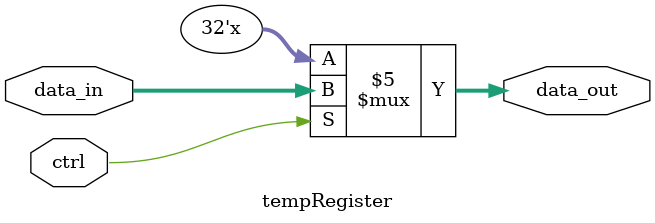
<source format=v>
`timescale 1ns / 1ps
module tempRegister(data_in, data_out, ctrl);
	input wire[31:0] data_in;
	input ctrl;
	output reg[31:0] data_out;
initial data_out = 0;

	always @ *
	begin
		if(ctrl == 1)
			data_out <= data_in;
		else
			data_out <= data_out;
	end
endmodule

</source>
